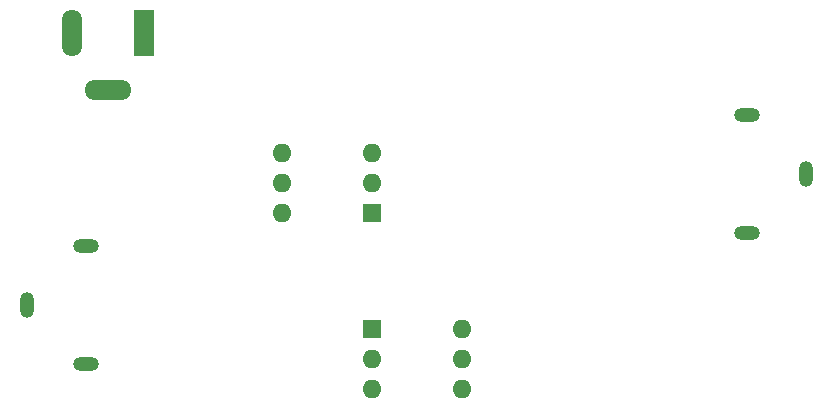
<source format=gbs>
%TF.GenerationSoftware,KiCad,Pcbnew,6.0.8-f2edbf62ab~116~ubuntu20.04.1*%
%TF.CreationDate,2022-10-07T00:55:20-04:00*%
%TF.ProjectId,SSTC_Audio_Isolator,53535443-5f41-4756-9469-6f5f49736f6c,rev?*%
%TF.SameCoordinates,Original*%
%TF.FileFunction,Soldermask,Bot*%
%TF.FilePolarity,Negative*%
%FSLAX46Y46*%
G04 Gerber Fmt 4.6, Leading zero omitted, Abs format (unit mm)*
G04 Created by KiCad (PCBNEW 6.0.8-f2edbf62ab~116~ubuntu20.04.1) date 2022-10-07 00:55:20*
%MOMM*%
%LPD*%
G01*
G04 APERTURE LIST*
%ADD10O,2.200000X1.200000*%
%ADD11O,1.200000X2.200000*%
%ADD12R,1.700000X4.000000*%
%ADD13O,1.700000X4.000000*%
%ADD14O,4.000000X1.700000*%
%ADD15R,1.600000X1.600000*%
%ADD16O,1.600000X1.600000*%
G04 APERTURE END LIST*
D10*
%TO.C,J1*%
X109500000Y-86521666D03*
D11*
X104500000Y-91521666D03*
D10*
X109500000Y-96521666D03*
%TD*%
%TO.C,J3*%
X165500000Y-85500000D03*
D11*
X170500000Y-80500000D03*
D10*
X165500000Y-75500000D03*
%TD*%
D12*
%TO.C,J2*%
X114375000Y-68518333D03*
D13*
X108275000Y-68518333D03*
D14*
X111375000Y-73318333D03*
%TD*%
D15*
%TO.C,U3*%
X133750000Y-83775000D03*
D16*
X133750000Y-81235000D03*
X133750000Y-78695000D03*
X126130000Y-78695000D03*
X126130000Y-81235000D03*
X126130000Y-83775000D03*
%TD*%
D15*
%TO.C,U5*%
X133750000Y-93575000D03*
D16*
X133750000Y-96115000D03*
X133750000Y-98655000D03*
X141370000Y-98655000D03*
X141370000Y-96115000D03*
X141370000Y-93575000D03*
%TD*%
M02*

</source>
